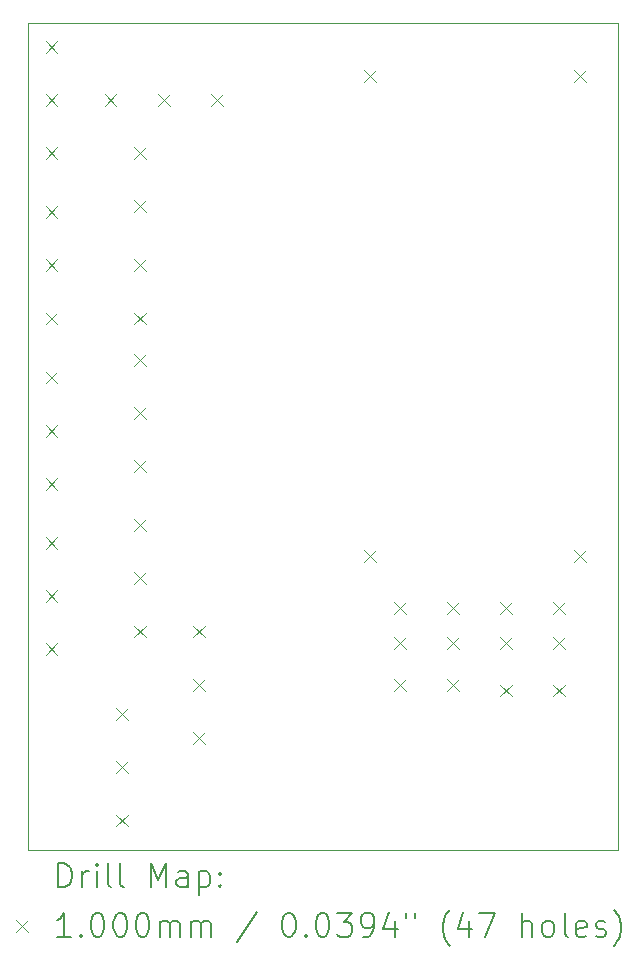
<source format=gbr>
%TF.GenerationSoftware,KiCad,Pcbnew,8.0.5*%
%TF.CreationDate,2025-07-12T23:47:58-04:00*%
%TF.ProjectId,Car,4361722e-6b69-4636-9164-5f7063625858,rev?*%
%TF.SameCoordinates,Original*%
%TF.FileFunction,Drillmap*%
%TF.FilePolarity,Positive*%
%FSLAX45Y45*%
G04 Gerber Fmt 4.5, Leading zero omitted, Abs format (unit mm)*
G04 Created by KiCad (PCBNEW 8.0.5) date 2025-07-12 23:47:58*
%MOMM*%
%LPD*%
G01*
G04 APERTURE LIST*
%ADD10C,0.050000*%
%ADD11C,0.200000*%
%ADD12C,0.100000*%
G04 APERTURE END LIST*
D10*
X1200000Y-1200000D02*
X6200000Y-1200000D01*
X6200000Y-8200000D01*
X1200000Y-8200000D01*
X1200000Y-1200000D01*
D11*
D12*
X1350000Y-1350000D02*
X1450000Y-1450000D01*
X1450000Y-1350000D02*
X1350000Y-1450000D01*
X1350000Y-1800000D02*
X1450000Y-1900000D01*
X1450000Y-1800000D02*
X1350000Y-1900000D01*
X1350000Y-2250000D02*
X1450000Y-2350000D01*
X1450000Y-2250000D02*
X1350000Y-2350000D01*
X1350000Y-2750000D02*
X1450000Y-2850000D01*
X1450000Y-2750000D02*
X1350000Y-2850000D01*
X1350000Y-3200000D02*
X1450000Y-3300000D01*
X1450000Y-3200000D02*
X1350000Y-3300000D01*
X1350000Y-3650000D02*
X1450000Y-3750000D01*
X1450000Y-3650000D02*
X1350000Y-3750000D01*
X1350000Y-4150000D02*
X1450000Y-4250000D01*
X1450000Y-4150000D02*
X1350000Y-4250000D01*
X1350000Y-4600000D02*
X1450000Y-4700000D01*
X1450000Y-4600000D02*
X1350000Y-4700000D01*
X1350000Y-5050000D02*
X1450000Y-5150000D01*
X1450000Y-5050000D02*
X1350000Y-5150000D01*
X1350000Y-5550000D02*
X1450000Y-5650000D01*
X1450000Y-5550000D02*
X1350000Y-5650000D01*
X1350000Y-6000000D02*
X1450000Y-6100000D01*
X1450000Y-6000000D02*
X1350000Y-6100000D01*
X1350000Y-6450000D02*
X1450000Y-6550000D01*
X1450000Y-6450000D02*
X1350000Y-6550000D01*
X1850000Y-1800000D02*
X1950000Y-1900000D01*
X1950000Y-1800000D02*
X1850000Y-1900000D01*
X1950000Y-7000000D02*
X2050000Y-7100000D01*
X2050000Y-7000000D02*
X1950000Y-7100000D01*
X1950000Y-7450000D02*
X2050000Y-7550000D01*
X2050000Y-7450000D02*
X1950000Y-7550000D01*
X1950000Y-7900000D02*
X2050000Y-8000000D01*
X2050000Y-7900000D02*
X1950000Y-8000000D01*
X2100000Y-2250000D02*
X2200000Y-2350000D01*
X2200000Y-2250000D02*
X2100000Y-2350000D01*
X2100000Y-2700000D02*
X2200000Y-2800000D01*
X2200000Y-2700000D02*
X2100000Y-2800000D01*
X2100000Y-3200000D02*
X2200000Y-3300000D01*
X2200000Y-3200000D02*
X2100000Y-3300000D01*
X2100000Y-3650000D02*
X2200000Y-3750000D01*
X2200000Y-3650000D02*
X2100000Y-3750000D01*
X2100000Y-4000000D02*
X2200000Y-4100000D01*
X2200000Y-4000000D02*
X2100000Y-4100000D01*
X2100000Y-4450000D02*
X2200000Y-4550000D01*
X2200000Y-4450000D02*
X2100000Y-4550000D01*
X2100000Y-4900000D02*
X2200000Y-5000000D01*
X2200000Y-4900000D02*
X2100000Y-5000000D01*
X2100000Y-5400000D02*
X2200000Y-5500000D01*
X2200000Y-5400000D02*
X2100000Y-5500000D01*
X2100000Y-5850000D02*
X2200000Y-5950000D01*
X2200000Y-5850000D02*
X2100000Y-5950000D01*
X2100000Y-6300000D02*
X2200000Y-6400000D01*
X2200000Y-6300000D02*
X2100000Y-6400000D01*
X2300000Y-1800000D02*
X2400000Y-1900000D01*
X2400000Y-1800000D02*
X2300000Y-1900000D01*
X2600000Y-6300000D02*
X2700000Y-6400000D01*
X2700000Y-6300000D02*
X2600000Y-6400000D01*
X2600000Y-6750000D02*
X2700000Y-6850000D01*
X2700000Y-6750000D02*
X2600000Y-6850000D01*
X2600000Y-7200000D02*
X2700000Y-7300000D01*
X2700000Y-7200000D02*
X2600000Y-7300000D01*
X2750000Y-1800000D02*
X2850000Y-1900000D01*
X2850000Y-1800000D02*
X2750000Y-1900000D01*
X4050000Y-1600000D02*
X4150000Y-1700000D01*
X4150000Y-1600000D02*
X4050000Y-1700000D01*
X4050000Y-5664000D02*
X4150000Y-5764000D01*
X4150000Y-5664000D02*
X4050000Y-5764000D01*
X4300000Y-6100000D02*
X4400000Y-6200000D01*
X4400000Y-6100000D02*
X4300000Y-6200000D01*
X4300000Y-6400000D02*
X4400000Y-6500000D01*
X4400000Y-6400000D02*
X4300000Y-6500000D01*
X4300000Y-6750000D02*
X4400000Y-6850000D01*
X4400000Y-6750000D02*
X4300000Y-6850000D01*
X4750000Y-6100000D02*
X4850000Y-6200000D01*
X4850000Y-6100000D02*
X4750000Y-6200000D01*
X4750000Y-6400000D02*
X4850000Y-6500000D01*
X4850000Y-6400000D02*
X4750000Y-6500000D01*
X4750000Y-6750000D02*
X4850000Y-6850000D01*
X4850000Y-6750000D02*
X4750000Y-6850000D01*
X5200000Y-6100000D02*
X5300000Y-6200000D01*
X5300000Y-6100000D02*
X5200000Y-6200000D01*
X5200000Y-6400000D02*
X5300000Y-6500000D01*
X5300000Y-6400000D02*
X5200000Y-6500000D01*
X5200000Y-6800000D02*
X5300000Y-6900000D01*
X5300000Y-6800000D02*
X5200000Y-6900000D01*
X5650000Y-6100000D02*
X5750000Y-6200000D01*
X5750000Y-6100000D02*
X5650000Y-6200000D01*
X5650000Y-6400000D02*
X5750000Y-6500000D01*
X5750000Y-6400000D02*
X5650000Y-6500000D01*
X5650000Y-6800000D02*
X5750000Y-6900000D01*
X5750000Y-6800000D02*
X5650000Y-6900000D01*
X5828000Y-1600000D02*
X5928000Y-1700000D01*
X5928000Y-1600000D02*
X5828000Y-1700000D01*
X5828000Y-5664000D02*
X5928000Y-5764000D01*
X5928000Y-5664000D02*
X5828000Y-5764000D01*
D11*
X1458277Y-8513984D02*
X1458277Y-8313984D01*
X1458277Y-8313984D02*
X1505896Y-8313984D01*
X1505896Y-8313984D02*
X1534467Y-8323508D01*
X1534467Y-8323508D02*
X1553515Y-8342555D01*
X1553515Y-8342555D02*
X1563039Y-8361603D01*
X1563039Y-8361603D02*
X1572562Y-8399698D01*
X1572562Y-8399698D02*
X1572562Y-8428270D01*
X1572562Y-8428270D02*
X1563039Y-8466365D01*
X1563039Y-8466365D02*
X1553515Y-8485412D01*
X1553515Y-8485412D02*
X1534467Y-8504460D01*
X1534467Y-8504460D02*
X1505896Y-8513984D01*
X1505896Y-8513984D02*
X1458277Y-8513984D01*
X1658277Y-8513984D02*
X1658277Y-8380650D01*
X1658277Y-8418746D02*
X1667801Y-8399698D01*
X1667801Y-8399698D02*
X1677324Y-8390174D01*
X1677324Y-8390174D02*
X1696372Y-8380650D01*
X1696372Y-8380650D02*
X1715420Y-8380650D01*
X1782086Y-8513984D02*
X1782086Y-8380650D01*
X1782086Y-8313984D02*
X1772562Y-8323508D01*
X1772562Y-8323508D02*
X1782086Y-8333031D01*
X1782086Y-8333031D02*
X1791610Y-8323508D01*
X1791610Y-8323508D02*
X1782086Y-8313984D01*
X1782086Y-8313984D02*
X1782086Y-8333031D01*
X1905896Y-8513984D02*
X1886848Y-8504460D01*
X1886848Y-8504460D02*
X1877324Y-8485412D01*
X1877324Y-8485412D02*
X1877324Y-8313984D01*
X2010658Y-8513984D02*
X1991610Y-8504460D01*
X1991610Y-8504460D02*
X1982086Y-8485412D01*
X1982086Y-8485412D02*
X1982086Y-8313984D01*
X2239229Y-8513984D02*
X2239229Y-8313984D01*
X2239229Y-8313984D02*
X2305896Y-8456841D01*
X2305896Y-8456841D02*
X2372563Y-8313984D01*
X2372563Y-8313984D02*
X2372563Y-8513984D01*
X2553515Y-8513984D02*
X2553515Y-8409222D01*
X2553515Y-8409222D02*
X2543991Y-8390174D01*
X2543991Y-8390174D02*
X2524944Y-8380650D01*
X2524944Y-8380650D02*
X2486848Y-8380650D01*
X2486848Y-8380650D02*
X2467801Y-8390174D01*
X2553515Y-8504460D02*
X2534467Y-8513984D01*
X2534467Y-8513984D02*
X2486848Y-8513984D01*
X2486848Y-8513984D02*
X2467801Y-8504460D01*
X2467801Y-8504460D02*
X2458277Y-8485412D01*
X2458277Y-8485412D02*
X2458277Y-8466365D01*
X2458277Y-8466365D02*
X2467801Y-8447317D01*
X2467801Y-8447317D02*
X2486848Y-8437793D01*
X2486848Y-8437793D02*
X2534467Y-8437793D01*
X2534467Y-8437793D02*
X2553515Y-8428270D01*
X2648753Y-8380650D02*
X2648753Y-8580650D01*
X2648753Y-8390174D02*
X2667801Y-8380650D01*
X2667801Y-8380650D02*
X2705896Y-8380650D01*
X2705896Y-8380650D02*
X2724944Y-8390174D01*
X2724944Y-8390174D02*
X2734467Y-8399698D01*
X2734467Y-8399698D02*
X2743991Y-8418746D01*
X2743991Y-8418746D02*
X2743991Y-8475889D01*
X2743991Y-8475889D02*
X2734467Y-8494936D01*
X2734467Y-8494936D02*
X2724944Y-8504460D01*
X2724944Y-8504460D02*
X2705896Y-8513984D01*
X2705896Y-8513984D02*
X2667801Y-8513984D01*
X2667801Y-8513984D02*
X2648753Y-8504460D01*
X2829705Y-8494936D02*
X2839229Y-8504460D01*
X2839229Y-8504460D02*
X2829705Y-8513984D01*
X2829705Y-8513984D02*
X2820182Y-8504460D01*
X2820182Y-8504460D02*
X2829705Y-8494936D01*
X2829705Y-8494936D02*
X2829705Y-8513984D01*
X2829705Y-8390174D02*
X2839229Y-8399698D01*
X2839229Y-8399698D02*
X2829705Y-8409222D01*
X2829705Y-8409222D02*
X2820182Y-8399698D01*
X2820182Y-8399698D02*
X2829705Y-8390174D01*
X2829705Y-8390174D02*
X2829705Y-8409222D01*
D12*
X1097500Y-8792500D02*
X1197500Y-8892500D01*
X1197500Y-8792500D02*
X1097500Y-8892500D01*
D11*
X1563039Y-8933984D02*
X1448753Y-8933984D01*
X1505896Y-8933984D02*
X1505896Y-8733984D01*
X1505896Y-8733984D02*
X1486848Y-8762555D01*
X1486848Y-8762555D02*
X1467801Y-8781603D01*
X1467801Y-8781603D02*
X1448753Y-8791127D01*
X1648753Y-8914936D02*
X1658277Y-8924460D01*
X1658277Y-8924460D02*
X1648753Y-8933984D01*
X1648753Y-8933984D02*
X1639229Y-8924460D01*
X1639229Y-8924460D02*
X1648753Y-8914936D01*
X1648753Y-8914936D02*
X1648753Y-8933984D01*
X1782086Y-8733984D02*
X1801134Y-8733984D01*
X1801134Y-8733984D02*
X1820182Y-8743508D01*
X1820182Y-8743508D02*
X1829705Y-8753031D01*
X1829705Y-8753031D02*
X1839229Y-8772079D01*
X1839229Y-8772079D02*
X1848753Y-8810174D01*
X1848753Y-8810174D02*
X1848753Y-8857793D01*
X1848753Y-8857793D02*
X1839229Y-8895889D01*
X1839229Y-8895889D02*
X1829705Y-8914936D01*
X1829705Y-8914936D02*
X1820182Y-8924460D01*
X1820182Y-8924460D02*
X1801134Y-8933984D01*
X1801134Y-8933984D02*
X1782086Y-8933984D01*
X1782086Y-8933984D02*
X1763039Y-8924460D01*
X1763039Y-8924460D02*
X1753515Y-8914936D01*
X1753515Y-8914936D02*
X1743991Y-8895889D01*
X1743991Y-8895889D02*
X1734467Y-8857793D01*
X1734467Y-8857793D02*
X1734467Y-8810174D01*
X1734467Y-8810174D02*
X1743991Y-8772079D01*
X1743991Y-8772079D02*
X1753515Y-8753031D01*
X1753515Y-8753031D02*
X1763039Y-8743508D01*
X1763039Y-8743508D02*
X1782086Y-8733984D01*
X1972562Y-8733984D02*
X1991610Y-8733984D01*
X1991610Y-8733984D02*
X2010658Y-8743508D01*
X2010658Y-8743508D02*
X2020182Y-8753031D01*
X2020182Y-8753031D02*
X2029705Y-8772079D01*
X2029705Y-8772079D02*
X2039229Y-8810174D01*
X2039229Y-8810174D02*
X2039229Y-8857793D01*
X2039229Y-8857793D02*
X2029705Y-8895889D01*
X2029705Y-8895889D02*
X2020182Y-8914936D01*
X2020182Y-8914936D02*
X2010658Y-8924460D01*
X2010658Y-8924460D02*
X1991610Y-8933984D01*
X1991610Y-8933984D02*
X1972562Y-8933984D01*
X1972562Y-8933984D02*
X1953515Y-8924460D01*
X1953515Y-8924460D02*
X1943991Y-8914936D01*
X1943991Y-8914936D02*
X1934467Y-8895889D01*
X1934467Y-8895889D02*
X1924943Y-8857793D01*
X1924943Y-8857793D02*
X1924943Y-8810174D01*
X1924943Y-8810174D02*
X1934467Y-8772079D01*
X1934467Y-8772079D02*
X1943991Y-8753031D01*
X1943991Y-8753031D02*
X1953515Y-8743508D01*
X1953515Y-8743508D02*
X1972562Y-8733984D01*
X2163039Y-8733984D02*
X2182086Y-8733984D01*
X2182086Y-8733984D02*
X2201134Y-8743508D01*
X2201134Y-8743508D02*
X2210658Y-8753031D01*
X2210658Y-8753031D02*
X2220182Y-8772079D01*
X2220182Y-8772079D02*
X2229705Y-8810174D01*
X2229705Y-8810174D02*
X2229705Y-8857793D01*
X2229705Y-8857793D02*
X2220182Y-8895889D01*
X2220182Y-8895889D02*
X2210658Y-8914936D01*
X2210658Y-8914936D02*
X2201134Y-8924460D01*
X2201134Y-8924460D02*
X2182086Y-8933984D01*
X2182086Y-8933984D02*
X2163039Y-8933984D01*
X2163039Y-8933984D02*
X2143991Y-8924460D01*
X2143991Y-8924460D02*
X2134467Y-8914936D01*
X2134467Y-8914936D02*
X2124944Y-8895889D01*
X2124944Y-8895889D02*
X2115420Y-8857793D01*
X2115420Y-8857793D02*
X2115420Y-8810174D01*
X2115420Y-8810174D02*
X2124944Y-8772079D01*
X2124944Y-8772079D02*
X2134467Y-8753031D01*
X2134467Y-8753031D02*
X2143991Y-8743508D01*
X2143991Y-8743508D02*
X2163039Y-8733984D01*
X2315420Y-8933984D02*
X2315420Y-8800650D01*
X2315420Y-8819698D02*
X2324944Y-8810174D01*
X2324944Y-8810174D02*
X2343991Y-8800650D01*
X2343991Y-8800650D02*
X2372563Y-8800650D01*
X2372563Y-8800650D02*
X2391610Y-8810174D01*
X2391610Y-8810174D02*
X2401134Y-8829222D01*
X2401134Y-8829222D02*
X2401134Y-8933984D01*
X2401134Y-8829222D02*
X2410658Y-8810174D01*
X2410658Y-8810174D02*
X2429705Y-8800650D01*
X2429705Y-8800650D02*
X2458277Y-8800650D01*
X2458277Y-8800650D02*
X2477325Y-8810174D01*
X2477325Y-8810174D02*
X2486848Y-8829222D01*
X2486848Y-8829222D02*
X2486848Y-8933984D01*
X2582086Y-8933984D02*
X2582086Y-8800650D01*
X2582086Y-8819698D02*
X2591610Y-8810174D01*
X2591610Y-8810174D02*
X2610658Y-8800650D01*
X2610658Y-8800650D02*
X2639229Y-8800650D01*
X2639229Y-8800650D02*
X2658277Y-8810174D01*
X2658277Y-8810174D02*
X2667801Y-8829222D01*
X2667801Y-8829222D02*
X2667801Y-8933984D01*
X2667801Y-8829222D02*
X2677325Y-8810174D01*
X2677325Y-8810174D02*
X2696372Y-8800650D01*
X2696372Y-8800650D02*
X2724944Y-8800650D01*
X2724944Y-8800650D02*
X2743991Y-8810174D01*
X2743991Y-8810174D02*
X2753515Y-8829222D01*
X2753515Y-8829222D02*
X2753515Y-8933984D01*
X3143991Y-8724460D02*
X2972563Y-8981603D01*
X3401134Y-8733984D02*
X3420182Y-8733984D01*
X3420182Y-8733984D02*
X3439229Y-8743508D01*
X3439229Y-8743508D02*
X3448753Y-8753031D01*
X3448753Y-8753031D02*
X3458277Y-8772079D01*
X3458277Y-8772079D02*
X3467801Y-8810174D01*
X3467801Y-8810174D02*
X3467801Y-8857793D01*
X3467801Y-8857793D02*
X3458277Y-8895889D01*
X3458277Y-8895889D02*
X3448753Y-8914936D01*
X3448753Y-8914936D02*
X3439229Y-8924460D01*
X3439229Y-8924460D02*
X3420182Y-8933984D01*
X3420182Y-8933984D02*
X3401134Y-8933984D01*
X3401134Y-8933984D02*
X3382086Y-8924460D01*
X3382086Y-8924460D02*
X3372563Y-8914936D01*
X3372563Y-8914936D02*
X3363039Y-8895889D01*
X3363039Y-8895889D02*
X3353515Y-8857793D01*
X3353515Y-8857793D02*
X3353515Y-8810174D01*
X3353515Y-8810174D02*
X3363039Y-8772079D01*
X3363039Y-8772079D02*
X3372563Y-8753031D01*
X3372563Y-8753031D02*
X3382086Y-8743508D01*
X3382086Y-8743508D02*
X3401134Y-8733984D01*
X3553515Y-8914936D02*
X3563039Y-8924460D01*
X3563039Y-8924460D02*
X3553515Y-8933984D01*
X3553515Y-8933984D02*
X3543991Y-8924460D01*
X3543991Y-8924460D02*
X3553515Y-8914936D01*
X3553515Y-8914936D02*
X3553515Y-8933984D01*
X3686848Y-8733984D02*
X3705896Y-8733984D01*
X3705896Y-8733984D02*
X3724944Y-8743508D01*
X3724944Y-8743508D02*
X3734467Y-8753031D01*
X3734467Y-8753031D02*
X3743991Y-8772079D01*
X3743991Y-8772079D02*
X3753515Y-8810174D01*
X3753515Y-8810174D02*
X3753515Y-8857793D01*
X3753515Y-8857793D02*
X3743991Y-8895889D01*
X3743991Y-8895889D02*
X3734467Y-8914936D01*
X3734467Y-8914936D02*
X3724944Y-8924460D01*
X3724944Y-8924460D02*
X3705896Y-8933984D01*
X3705896Y-8933984D02*
X3686848Y-8933984D01*
X3686848Y-8933984D02*
X3667801Y-8924460D01*
X3667801Y-8924460D02*
X3658277Y-8914936D01*
X3658277Y-8914936D02*
X3648753Y-8895889D01*
X3648753Y-8895889D02*
X3639229Y-8857793D01*
X3639229Y-8857793D02*
X3639229Y-8810174D01*
X3639229Y-8810174D02*
X3648753Y-8772079D01*
X3648753Y-8772079D02*
X3658277Y-8753031D01*
X3658277Y-8753031D02*
X3667801Y-8743508D01*
X3667801Y-8743508D02*
X3686848Y-8733984D01*
X3820182Y-8733984D02*
X3943991Y-8733984D01*
X3943991Y-8733984D02*
X3877325Y-8810174D01*
X3877325Y-8810174D02*
X3905896Y-8810174D01*
X3905896Y-8810174D02*
X3924944Y-8819698D01*
X3924944Y-8819698D02*
X3934467Y-8829222D01*
X3934467Y-8829222D02*
X3943991Y-8848270D01*
X3943991Y-8848270D02*
X3943991Y-8895889D01*
X3943991Y-8895889D02*
X3934467Y-8914936D01*
X3934467Y-8914936D02*
X3924944Y-8924460D01*
X3924944Y-8924460D02*
X3905896Y-8933984D01*
X3905896Y-8933984D02*
X3848753Y-8933984D01*
X3848753Y-8933984D02*
X3829706Y-8924460D01*
X3829706Y-8924460D02*
X3820182Y-8914936D01*
X4039229Y-8933984D02*
X4077325Y-8933984D01*
X4077325Y-8933984D02*
X4096372Y-8924460D01*
X4096372Y-8924460D02*
X4105896Y-8914936D01*
X4105896Y-8914936D02*
X4124944Y-8886365D01*
X4124944Y-8886365D02*
X4134467Y-8848270D01*
X4134467Y-8848270D02*
X4134467Y-8772079D01*
X4134467Y-8772079D02*
X4124944Y-8753031D01*
X4124944Y-8753031D02*
X4115420Y-8743508D01*
X4115420Y-8743508D02*
X4096372Y-8733984D01*
X4096372Y-8733984D02*
X4058277Y-8733984D01*
X4058277Y-8733984D02*
X4039229Y-8743508D01*
X4039229Y-8743508D02*
X4029706Y-8753031D01*
X4029706Y-8753031D02*
X4020182Y-8772079D01*
X4020182Y-8772079D02*
X4020182Y-8819698D01*
X4020182Y-8819698D02*
X4029706Y-8838746D01*
X4029706Y-8838746D02*
X4039229Y-8848270D01*
X4039229Y-8848270D02*
X4058277Y-8857793D01*
X4058277Y-8857793D02*
X4096372Y-8857793D01*
X4096372Y-8857793D02*
X4115420Y-8848270D01*
X4115420Y-8848270D02*
X4124944Y-8838746D01*
X4124944Y-8838746D02*
X4134467Y-8819698D01*
X4305896Y-8800650D02*
X4305896Y-8933984D01*
X4258277Y-8724460D02*
X4210658Y-8867317D01*
X4210658Y-8867317D02*
X4334468Y-8867317D01*
X4401134Y-8733984D02*
X4401134Y-8772079D01*
X4477325Y-8733984D02*
X4477325Y-8772079D01*
X4772563Y-9010174D02*
X4763039Y-9000650D01*
X4763039Y-9000650D02*
X4743991Y-8972079D01*
X4743991Y-8972079D02*
X4734468Y-8953031D01*
X4734468Y-8953031D02*
X4724944Y-8924460D01*
X4724944Y-8924460D02*
X4715420Y-8876841D01*
X4715420Y-8876841D02*
X4715420Y-8838746D01*
X4715420Y-8838746D02*
X4724944Y-8791127D01*
X4724944Y-8791127D02*
X4734468Y-8762555D01*
X4734468Y-8762555D02*
X4743991Y-8743508D01*
X4743991Y-8743508D02*
X4763039Y-8714936D01*
X4763039Y-8714936D02*
X4772563Y-8705412D01*
X4934468Y-8800650D02*
X4934468Y-8933984D01*
X4886849Y-8724460D02*
X4839230Y-8867317D01*
X4839230Y-8867317D02*
X4963039Y-8867317D01*
X5020182Y-8733984D02*
X5153515Y-8733984D01*
X5153515Y-8733984D02*
X5067801Y-8933984D01*
X5382087Y-8933984D02*
X5382087Y-8733984D01*
X5467801Y-8933984D02*
X5467801Y-8829222D01*
X5467801Y-8829222D02*
X5458277Y-8810174D01*
X5458277Y-8810174D02*
X5439230Y-8800650D01*
X5439230Y-8800650D02*
X5410658Y-8800650D01*
X5410658Y-8800650D02*
X5391611Y-8810174D01*
X5391611Y-8810174D02*
X5382087Y-8819698D01*
X5591611Y-8933984D02*
X5572563Y-8924460D01*
X5572563Y-8924460D02*
X5563039Y-8914936D01*
X5563039Y-8914936D02*
X5553515Y-8895889D01*
X5553515Y-8895889D02*
X5553515Y-8838746D01*
X5553515Y-8838746D02*
X5563039Y-8819698D01*
X5563039Y-8819698D02*
X5572563Y-8810174D01*
X5572563Y-8810174D02*
X5591611Y-8800650D01*
X5591611Y-8800650D02*
X5620182Y-8800650D01*
X5620182Y-8800650D02*
X5639230Y-8810174D01*
X5639230Y-8810174D02*
X5648753Y-8819698D01*
X5648753Y-8819698D02*
X5658277Y-8838746D01*
X5658277Y-8838746D02*
X5658277Y-8895889D01*
X5658277Y-8895889D02*
X5648753Y-8914936D01*
X5648753Y-8914936D02*
X5639230Y-8924460D01*
X5639230Y-8924460D02*
X5620182Y-8933984D01*
X5620182Y-8933984D02*
X5591611Y-8933984D01*
X5772563Y-8933984D02*
X5753515Y-8924460D01*
X5753515Y-8924460D02*
X5743991Y-8905412D01*
X5743991Y-8905412D02*
X5743991Y-8733984D01*
X5924944Y-8924460D02*
X5905896Y-8933984D01*
X5905896Y-8933984D02*
X5867801Y-8933984D01*
X5867801Y-8933984D02*
X5848753Y-8924460D01*
X5848753Y-8924460D02*
X5839230Y-8905412D01*
X5839230Y-8905412D02*
X5839230Y-8829222D01*
X5839230Y-8829222D02*
X5848753Y-8810174D01*
X5848753Y-8810174D02*
X5867801Y-8800650D01*
X5867801Y-8800650D02*
X5905896Y-8800650D01*
X5905896Y-8800650D02*
X5924944Y-8810174D01*
X5924944Y-8810174D02*
X5934468Y-8829222D01*
X5934468Y-8829222D02*
X5934468Y-8848270D01*
X5934468Y-8848270D02*
X5839230Y-8867317D01*
X6010658Y-8924460D02*
X6029706Y-8933984D01*
X6029706Y-8933984D02*
X6067801Y-8933984D01*
X6067801Y-8933984D02*
X6086849Y-8924460D01*
X6086849Y-8924460D02*
X6096372Y-8905412D01*
X6096372Y-8905412D02*
X6096372Y-8895889D01*
X6096372Y-8895889D02*
X6086849Y-8876841D01*
X6086849Y-8876841D02*
X6067801Y-8867317D01*
X6067801Y-8867317D02*
X6039230Y-8867317D01*
X6039230Y-8867317D02*
X6020182Y-8857793D01*
X6020182Y-8857793D02*
X6010658Y-8838746D01*
X6010658Y-8838746D02*
X6010658Y-8829222D01*
X6010658Y-8829222D02*
X6020182Y-8810174D01*
X6020182Y-8810174D02*
X6039230Y-8800650D01*
X6039230Y-8800650D02*
X6067801Y-8800650D01*
X6067801Y-8800650D02*
X6086849Y-8810174D01*
X6163039Y-9010174D02*
X6172563Y-9000650D01*
X6172563Y-9000650D02*
X6191611Y-8972079D01*
X6191611Y-8972079D02*
X6201134Y-8953031D01*
X6201134Y-8953031D02*
X6210658Y-8924460D01*
X6210658Y-8924460D02*
X6220182Y-8876841D01*
X6220182Y-8876841D02*
X6220182Y-8838746D01*
X6220182Y-8838746D02*
X6210658Y-8791127D01*
X6210658Y-8791127D02*
X6201134Y-8762555D01*
X6201134Y-8762555D02*
X6191611Y-8743508D01*
X6191611Y-8743508D02*
X6172563Y-8714936D01*
X6172563Y-8714936D02*
X6163039Y-8705412D01*
M02*

</source>
